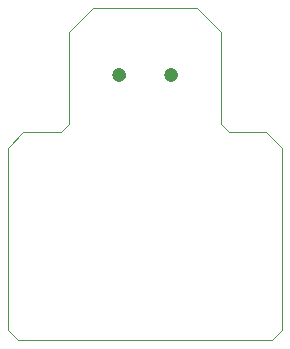
<source format=gbs>
G75*
%MOIN*%
%OFA0B0*%
%FSLAX25Y25*%
%IPPOS*%
%LPD*%
%AMOC8*
5,1,8,0,0,1.08239X$1,22.5*
%
%ADD10C,0.00400*%
%ADD11C,0.00000*%
%ADD12C,0.04737*%
D10*
X0009764Y0006829D02*
X0094741Y0006829D01*
X0098074Y0010164D01*
X0098074Y0070790D01*
X0092751Y0076113D01*
X0080307Y0076113D01*
X0077586Y0078834D01*
X0077586Y0109504D01*
X0069708Y0117382D01*
X0034797Y0117382D01*
X0026920Y0109502D01*
X0026920Y0078832D01*
X0024198Y0076111D01*
X0011754Y0076111D01*
X0006431Y0070788D01*
X0006431Y0010162D01*
X0009764Y0006829D01*
D11*
X0041622Y0095318D02*
X0041624Y0095406D01*
X0041630Y0095494D01*
X0041640Y0095582D01*
X0041654Y0095670D01*
X0041671Y0095756D01*
X0041693Y0095842D01*
X0041718Y0095926D01*
X0041748Y0096010D01*
X0041780Y0096092D01*
X0041817Y0096172D01*
X0041857Y0096251D01*
X0041901Y0096328D01*
X0041948Y0096403D01*
X0041998Y0096475D01*
X0042052Y0096546D01*
X0042108Y0096613D01*
X0042168Y0096679D01*
X0042230Y0096741D01*
X0042296Y0096801D01*
X0042363Y0096857D01*
X0042434Y0096911D01*
X0042506Y0096961D01*
X0042581Y0097008D01*
X0042658Y0097052D01*
X0042737Y0097092D01*
X0042817Y0097129D01*
X0042899Y0097161D01*
X0042983Y0097191D01*
X0043067Y0097216D01*
X0043153Y0097238D01*
X0043239Y0097255D01*
X0043327Y0097269D01*
X0043415Y0097279D01*
X0043503Y0097285D01*
X0043591Y0097287D01*
X0043679Y0097285D01*
X0043767Y0097279D01*
X0043855Y0097269D01*
X0043943Y0097255D01*
X0044029Y0097238D01*
X0044115Y0097216D01*
X0044199Y0097191D01*
X0044283Y0097161D01*
X0044365Y0097129D01*
X0044445Y0097092D01*
X0044524Y0097052D01*
X0044601Y0097008D01*
X0044676Y0096961D01*
X0044748Y0096911D01*
X0044819Y0096857D01*
X0044886Y0096801D01*
X0044952Y0096741D01*
X0045014Y0096679D01*
X0045074Y0096613D01*
X0045130Y0096546D01*
X0045184Y0096475D01*
X0045234Y0096403D01*
X0045281Y0096328D01*
X0045325Y0096251D01*
X0045365Y0096172D01*
X0045402Y0096092D01*
X0045434Y0096010D01*
X0045464Y0095926D01*
X0045489Y0095842D01*
X0045511Y0095756D01*
X0045528Y0095670D01*
X0045542Y0095582D01*
X0045552Y0095494D01*
X0045558Y0095406D01*
X0045560Y0095318D01*
X0045558Y0095230D01*
X0045552Y0095142D01*
X0045542Y0095054D01*
X0045528Y0094966D01*
X0045511Y0094880D01*
X0045489Y0094794D01*
X0045464Y0094710D01*
X0045434Y0094626D01*
X0045402Y0094544D01*
X0045365Y0094464D01*
X0045325Y0094385D01*
X0045281Y0094308D01*
X0045234Y0094233D01*
X0045184Y0094161D01*
X0045130Y0094090D01*
X0045074Y0094023D01*
X0045014Y0093957D01*
X0044952Y0093895D01*
X0044886Y0093835D01*
X0044819Y0093779D01*
X0044748Y0093725D01*
X0044676Y0093675D01*
X0044601Y0093628D01*
X0044524Y0093584D01*
X0044445Y0093544D01*
X0044365Y0093507D01*
X0044283Y0093475D01*
X0044199Y0093445D01*
X0044115Y0093420D01*
X0044029Y0093398D01*
X0043943Y0093381D01*
X0043855Y0093367D01*
X0043767Y0093357D01*
X0043679Y0093351D01*
X0043591Y0093349D01*
X0043503Y0093351D01*
X0043415Y0093357D01*
X0043327Y0093367D01*
X0043239Y0093381D01*
X0043153Y0093398D01*
X0043067Y0093420D01*
X0042983Y0093445D01*
X0042899Y0093475D01*
X0042817Y0093507D01*
X0042737Y0093544D01*
X0042658Y0093584D01*
X0042581Y0093628D01*
X0042506Y0093675D01*
X0042434Y0093725D01*
X0042363Y0093779D01*
X0042296Y0093835D01*
X0042230Y0093895D01*
X0042168Y0093957D01*
X0042108Y0094023D01*
X0042052Y0094090D01*
X0041998Y0094161D01*
X0041948Y0094233D01*
X0041901Y0094308D01*
X0041857Y0094385D01*
X0041817Y0094464D01*
X0041780Y0094544D01*
X0041748Y0094626D01*
X0041718Y0094710D01*
X0041693Y0094794D01*
X0041671Y0094880D01*
X0041654Y0094966D01*
X0041640Y0095054D01*
X0041630Y0095142D01*
X0041624Y0095230D01*
X0041622Y0095318D01*
X0058945Y0095318D02*
X0058947Y0095406D01*
X0058953Y0095494D01*
X0058963Y0095582D01*
X0058977Y0095670D01*
X0058994Y0095756D01*
X0059016Y0095842D01*
X0059041Y0095926D01*
X0059071Y0096010D01*
X0059103Y0096092D01*
X0059140Y0096172D01*
X0059180Y0096251D01*
X0059224Y0096328D01*
X0059271Y0096403D01*
X0059321Y0096475D01*
X0059375Y0096546D01*
X0059431Y0096613D01*
X0059491Y0096679D01*
X0059553Y0096741D01*
X0059619Y0096801D01*
X0059686Y0096857D01*
X0059757Y0096911D01*
X0059829Y0096961D01*
X0059904Y0097008D01*
X0059981Y0097052D01*
X0060060Y0097092D01*
X0060140Y0097129D01*
X0060222Y0097161D01*
X0060306Y0097191D01*
X0060390Y0097216D01*
X0060476Y0097238D01*
X0060562Y0097255D01*
X0060650Y0097269D01*
X0060738Y0097279D01*
X0060826Y0097285D01*
X0060914Y0097287D01*
X0061002Y0097285D01*
X0061090Y0097279D01*
X0061178Y0097269D01*
X0061266Y0097255D01*
X0061352Y0097238D01*
X0061438Y0097216D01*
X0061522Y0097191D01*
X0061606Y0097161D01*
X0061688Y0097129D01*
X0061768Y0097092D01*
X0061847Y0097052D01*
X0061924Y0097008D01*
X0061999Y0096961D01*
X0062071Y0096911D01*
X0062142Y0096857D01*
X0062209Y0096801D01*
X0062275Y0096741D01*
X0062337Y0096679D01*
X0062397Y0096613D01*
X0062453Y0096546D01*
X0062507Y0096475D01*
X0062557Y0096403D01*
X0062604Y0096328D01*
X0062648Y0096251D01*
X0062688Y0096172D01*
X0062725Y0096092D01*
X0062757Y0096010D01*
X0062787Y0095926D01*
X0062812Y0095842D01*
X0062834Y0095756D01*
X0062851Y0095670D01*
X0062865Y0095582D01*
X0062875Y0095494D01*
X0062881Y0095406D01*
X0062883Y0095318D01*
X0062881Y0095230D01*
X0062875Y0095142D01*
X0062865Y0095054D01*
X0062851Y0094966D01*
X0062834Y0094880D01*
X0062812Y0094794D01*
X0062787Y0094710D01*
X0062757Y0094626D01*
X0062725Y0094544D01*
X0062688Y0094464D01*
X0062648Y0094385D01*
X0062604Y0094308D01*
X0062557Y0094233D01*
X0062507Y0094161D01*
X0062453Y0094090D01*
X0062397Y0094023D01*
X0062337Y0093957D01*
X0062275Y0093895D01*
X0062209Y0093835D01*
X0062142Y0093779D01*
X0062071Y0093725D01*
X0061999Y0093675D01*
X0061924Y0093628D01*
X0061847Y0093584D01*
X0061768Y0093544D01*
X0061688Y0093507D01*
X0061606Y0093475D01*
X0061522Y0093445D01*
X0061438Y0093420D01*
X0061352Y0093398D01*
X0061266Y0093381D01*
X0061178Y0093367D01*
X0061090Y0093357D01*
X0061002Y0093351D01*
X0060914Y0093349D01*
X0060826Y0093351D01*
X0060738Y0093357D01*
X0060650Y0093367D01*
X0060562Y0093381D01*
X0060476Y0093398D01*
X0060390Y0093420D01*
X0060306Y0093445D01*
X0060222Y0093475D01*
X0060140Y0093507D01*
X0060060Y0093544D01*
X0059981Y0093584D01*
X0059904Y0093628D01*
X0059829Y0093675D01*
X0059757Y0093725D01*
X0059686Y0093779D01*
X0059619Y0093835D01*
X0059553Y0093895D01*
X0059491Y0093957D01*
X0059431Y0094023D01*
X0059375Y0094090D01*
X0059321Y0094161D01*
X0059271Y0094233D01*
X0059224Y0094308D01*
X0059180Y0094385D01*
X0059140Y0094464D01*
X0059103Y0094544D01*
X0059071Y0094626D01*
X0059041Y0094710D01*
X0059016Y0094794D01*
X0058994Y0094880D01*
X0058977Y0094966D01*
X0058963Y0095054D01*
X0058953Y0095142D01*
X0058947Y0095230D01*
X0058945Y0095318D01*
D12*
X0060914Y0095318D03*
X0043591Y0095318D03*
M02*

</source>
